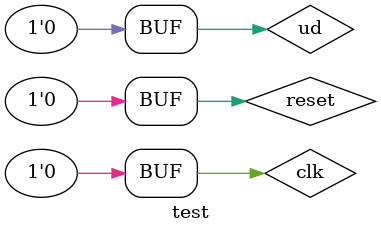
<source format=v>
`timescale 1ns / 1ps


module test;

	// Inputs
	reg clk;
	reg reset;
	reg ud;

	// Outputs
	wire [7:0] q;

	// Instantiate the Unit Under Test (UUT)
	CounterUD uut (
		.clk(clk), 
		.reset(reset), 
		.ud(ud), 
		.q(q)
	);

	initial begin
		// Initialize Inputs
		clk = 0;
		reset = 0;
		ud = 0;

		// Wait 100 ns for global reset to finish
		#100;
        
		// Add stimulus here

	end
      
endmodule


</source>
